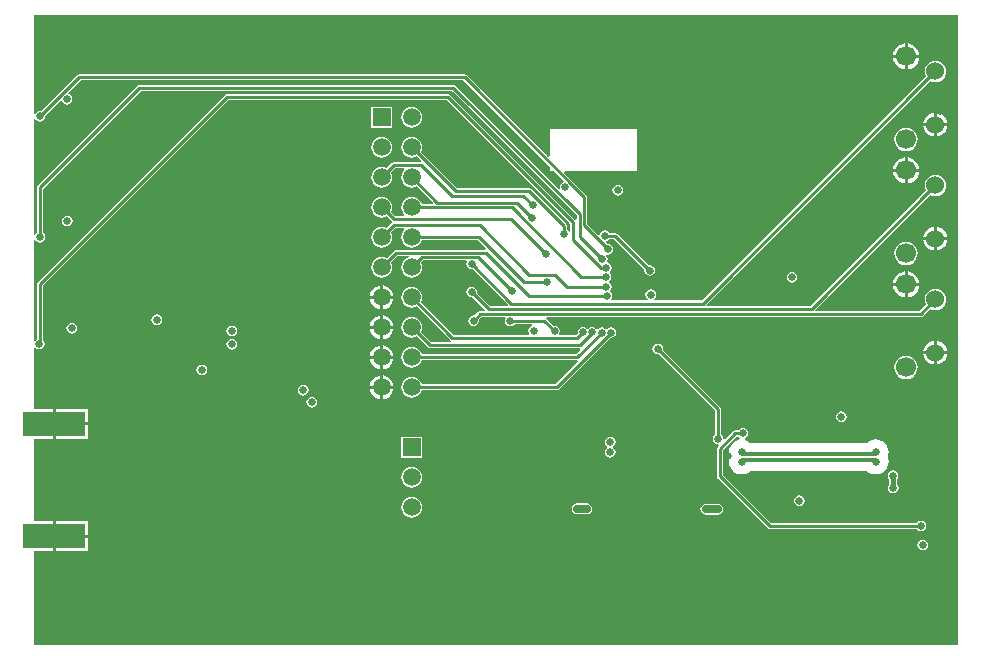
<source format=gbl>
%FSLAX25Y25*%
%MOIN*%
G70*
G01*
G75*
G04 Layer_Physical_Order=4*
G04 Layer_Color=16711680*
%ADD10C,0.01000*%
%ADD11C,0.01118*%
%ADD12C,0.01118*%
%ADD13R,0.05315X0.01575*%
%ADD14R,0.02559X0.02953*%
%ADD15R,0.20669X0.07874*%
%ADD16R,0.18701X0.02992*%
%ADD17R,0.02756X0.02756*%
%ADD18R,0.02953X0.02559*%
%ADD19R,0.03150X0.03937*%
%ADD20R,0.03543X0.04724*%
%ADD21R,0.07480X0.07480*%
%ADD22R,0.07480X0.06299*%
%ADD23R,0.06299X0.08268*%
%ADD24R,0.05906X0.03347*%
%ADD25R,0.03937X0.07087*%
%ADD26R,0.05709X0.03937*%
%ADD27R,0.02362X0.03150*%
%ADD28R,0.03543X0.09449*%
%ADD29R,0.12992X0.09449*%
%ADD30R,0.02362X0.02362*%
%ADD31R,0.02362X0.02362*%
%ADD32R,0.02362X0.02953*%
%ADD33R,0.01378X0.03347*%
%ADD34O,0.02362X0.07087*%
%ADD35O,0.05512X0.02362*%
%ADD36O,0.07087X0.02362*%
%ADD37O,0.10236X0.02362*%
%ADD38O,0.03347X0.00984*%
%ADD39R,0.06496X0.09370*%
%ADD40R,0.08189X0.08189*%
%ADD41O,0.02559X0.01181*%
%ADD42O,0.01181X0.02559*%
%ADD43R,0.10236X0.03937*%
%ADD44R,0.03937X0.10236*%
%ADD45R,0.03937X0.12992*%
%ADD46R,0.12992X0.03937*%
%ADD47O,0.02165X0.06693*%
%ADD48O,0.06693X0.02165*%
%ADD49C,0.01329*%
%ADD50C,0.02500*%
%ADD51C,0.01500*%
%ADD52C,0.01079*%
%ADD53R,0.36000X0.29000*%
%ADD54R,0.38000X0.29000*%
%ADD55R,0.05906X0.05906*%
%ADD56C,0.05906*%
%ADD57C,0.06000*%
%ADD58C,0.06693*%
%ADD59C,0.02500*%
%ADD60C,0.04000*%
%ADD61C,0.07543*%
G04:AMPARAMS|DCode=62|XSize=95.433mil|YSize=95.433mil|CornerRadius=0mil|HoleSize=0mil|Usage=FLASHONLY|Rotation=0.000|XOffset=0mil|YOffset=0mil|HoleType=Round|Shape=Relief|Width=10mil|Gap=10mil|Entries=4|*
%AMTHD62*
7,0,0,0.09543,0.07543,0.01000,45*
%
%ADD62THD62*%
G04:AMPARAMS|DCode=63|XSize=99.37mil|YSize=99.37mil|CornerRadius=0mil|HoleSize=0mil|Usage=FLASHONLY|Rotation=0.000|XOffset=0mil|YOffset=0mil|HoleType=Round|Shape=Relief|Width=10mil|Gap=10mil|Entries=4|*
%AMTHD63*
7,0,0,0.09937,0.07937,0.01000,45*
%
%ADD63THD63*%
G04:AMPARAMS|DCode=64|XSize=111.181mil|YSize=111.181mil|CornerRadius=0mil|HoleSize=0mil|Usage=FLASHONLY|Rotation=0.000|XOffset=0mil|YOffset=0mil|HoleType=Round|Shape=Relief|Width=10mil|Gap=10mil|Entries=4|*
%AMTHD64*
7,0,0,0.11118,0.09118,0.01000,45*
%
%ADD64THD64*%
%ADD65C,0.07937*%
%ADD66C,0.09118*%
%ADD67C,0.05500*%
G36*
X176000Y163540D02*
Y162000D01*
X177540D01*
X180788Y158752D01*
X180643Y158273D01*
X180517Y158248D01*
X179938Y157862D01*
X179551Y157283D01*
X179416Y156600D01*
X179465Y156354D01*
X179024Y156118D01*
X144621Y190521D01*
X144290Y190742D01*
X143900Y190820D01*
X39200D01*
X38810Y190742D01*
X38479Y190521D01*
X5279Y157321D01*
X5058Y156990D01*
X4980Y156600D01*
Y141423D01*
X4738Y141262D01*
X4479Y140873D01*
X4000Y141018D01*
Y179282D01*
X4479Y179427D01*
X4738Y179038D01*
X5317Y178651D01*
X6000Y178516D01*
X6683Y178651D01*
X7262Y179038D01*
X7649Y179617D01*
X7784Y180300D01*
X7762Y180410D01*
X12944Y185592D01*
X13423Y185447D01*
X13448Y185321D01*
X13834Y184742D01*
X14413Y184355D01*
X15096Y184220D01*
X15779Y184355D01*
X16358Y184742D01*
X16745Y185321D01*
X16880Y186004D01*
X16745Y186687D01*
X16358Y187266D01*
X15779Y187652D01*
X15653Y187677D01*
X15508Y188156D01*
X19633Y192280D01*
X147260D01*
X176000Y163540D01*
D02*
G37*
G36*
X312000Y4000D02*
X4000D01*
Y35417D01*
X10384D01*
Y40354D01*
Y45291D01*
X4000D01*
Y72819D01*
X10384D01*
Y77756D01*
Y82693D01*
X4000D01*
Y103241D01*
X4479Y103386D01*
X4644Y103138D01*
X5223Y102752D01*
X5906Y102616D01*
X6588Y102752D01*
X7167Y103138D01*
X7554Y103717D01*
X7690Y104400D01*
X7554Y105083D01*
X7167Y105662D01*
X7120Y105693D01*
Y123978D01*
X68822Y185680D01*
X141678D01*
X182780Y144578D01*
Y141902D01*
X182302Y141757D01*
X181970Y142253D01*
X181728Y142415D01*
Y143791D01*
X181651Y144182D01*
X181430Y144512D01*
X169971Y155971D01*
X169640Y156192D01*
X169250Y156270D01*
X145172D01*
X133065Y168377D01*
X133364Y169099D01*
X133483Y170000D01*
X133364Y170901D01*
X133016Y171741D01*
X132463Y172462D01*
X131741Y173016D01*
X130901Y173364D01*
X130000Y173482D01*
X129099Y173364D01*
X128259Y173016D01*
X127537Y172462D01*
X126984Y171741D01*
X126636Y170901D01*
X126517Y170000D01*
X126636Y169099D01*
X126984Y168259D01*
X127537Y167537D01*
X128259Y166984D01*
X129099Y166636D01*
X130000Y166517D01*
X130901Y166636D01*
X131623Y166935D01*
X133124Y165434D01*
X132932Y164972D01*
X123953D01*
X123563Y164895D01*
X123232Y164674D01*
X121623Y163065D01*
X120901Y163364D01*
X120000Y163482D01*
X119099Y163364D01*
X118259Y163016D01*
X117537Y162462D01*
X116984Y161741D01*
X116636Y160901D01*
X116517Y160000D01*
X116636Y159099D01*
X116984Y158259D01*
X117537Y157537D01*
X118259Y156984D01*
X119099Y156636D01*
X120000Y156518D01*
X120901Y156636D01*
X121741Y156984D01*
X122462Y157537D01*
X123016Y158259D01*
X123364Y159099D01*
X123483Y160000D01*
X123364Y160901D01*
X123065Y161623D01*
X124375Y162933D01*
X127378D01*
X127538Y162462D01*
X126984Y161741D01*
X126636Y160901D01*
X126517Y160000D01*
X126636Y159099D01*
X126984Y158259D01*
X127538Y157537D01*
X128259Y156984D01*
X129099Y156636D01*
X130000Y156518D01*
X130901Y156636D01*
X131623Y156935D01*
X137076Y151481D01*
X136885Y151020D01*
X133315D01*
X133016Y151741D01*
X132463Y152462D01*
X131741Y153016D01*
X130901Y153364D01*
X130000Y153482D01*
X129099Y153364D01*
X128259Y153016D01*
X127538Y152462D01*
X126984Y151741D01*
X126636Y150901D01*
X126517Y150000D01*
X126636Y149099D01*
X126984Y148259D01*
X127538Y147538D01*
X127378Y147067D01*
X124375D01*
X123065Y148377D01*
X123364Y149099D01*
X123483Y150000D01*
X123364Y150901D01*
X123016Y151741D01*
X122462Y152462D01*
X121741Y153016D01*
X120901Y153364D01*
X120000Y153482D01*
X119099Y153364D01*
X118259Y153016D01*
X117537Y152462D01*
X116984Y151741D01*
X116636Y150901D01*
X116517Y150000D01*
X116636Y149099D01*
X116984Y148259D01*
X117537Y147537D01*
X118259Y146984D01*
X119099Y146636D01*
X120000Y146517D01*
X120901Y146636D01*
X121623Y146935D01*
X123232Y145326D01*
X123346Y145250D01*
Y144750D01*
X123232Y144674D01*
X121623Y143065D01*
X120901Y143364D01*
X120000Y143482D01*
X119099Y143364D01*
X118259Y143016D01*
X117537Y142462D01*
X116984Y141741D01*
X116636Y140901D01*
X116517Y140000D01*
X116636Y139099D01*
X116984Y138259D01*
X117537Y137537D01*
X118259Y136984D01*
X119099Y136636D01*
X120000Y136517D01*
X120901Y136636D01*
X121741Y136984D01*
X122462Y137537D01*
X123016Y138259D01*
X123364Y139099D01*
X123483Y140000D01*
X123364Y140901D01*
X123065Y141623D01*
X124375Y142933D01*
X127378D01*
X127537Y142462D01*
X126984Y141741D01*
X126636Y140901D01*
X126517Y140000D01*
X126636Y139099D01*
X126984Y138259D01*
X127537Y137537D01*
X128259Y136984D01*
X129099Y136636D01*
X130000Y136517D01*
X130901Y136636D01*
X131741Y136984D01*
X132463Y137537D01*
X133016Y138259D01*
X133315Y138980D01*
X152078D01*
X154724Y136334D01*
X154533Y135872D01*
X124852D01*
X124462Y135794D01*
X124131Y135573D01*
X121623Y133065D01*
X120901Y133364D01*
X120000Y133483D01*
X119099Y133364D01*
X118259Y133016D01*
X117537Y132463D01*
X116984Y131741D01*
X116636Y130901D01*
X116517Y130000D01*
X116636Y129099D01*
X116984Y128259D01*
X117537Y127538D01*
X118259Y126984D01*
X119099Y126636D01*
X120000Y126517D01*
X120901Y126636D01*
X121741Y126984D01*
X122462Y127538D01*
X123016Y128259D01*
X123364Y129099D01*
X123483Y130000D01*
X123364Y130901D01*
X123065Y131623D01*
X125275Y133833D01*
X128949D01*
X129047Y133342D01*
X128259Y133016D01*
X127538Y132463D01*
X126984Y131741D01*
X126636Y130901D01*
X126517Y130000D01*
X126636Y129099D01*
X126984Y128259D01*
X127538Y127538D01*
X128259Y126984D01*
X129099Y126636D01*
X130000Y126517D01*
X130901Y126636D01*
X131741Y126984D01*
X132463Y127538D01*
X133016Y128259D01*
X133364Y129099D01*
X133483Y130000D01*
X133364Y130901D01*
X133065Y131623D01*
X133775Y132333D01*
X148189D01*
X148425Y131892D01*
X148354Y131785D01*
X148218Y131102D01*
X148354Y130420D01*
X148741Y129841D01*
X149320Y129454D01*
X150002Y129318D01*
X150288Y129375D01*
X162181Y117482D01*
X161990Y117020D01*
X156029D01*
X151681Y121368D01*
X151738Y121653D01*
X151602Y122336D01*
X151215Y122915D01*
X150636Y123302D01*
X149953Y123438D01*
X149271Y123302D01*
X148692Y122915D01*
X148305Y122336D01*
X148169Y121653D01*
X148305Y120971D01*
X148692Y120392D01*
X149271Y120005D01*
X149953Y119869D01*
X150239Y119926D01*
X154334Y115831D01*
X154142Y115370D01*
X152750D01*
X152360Y115292D01*
X152029Y115071D01*
X150890Y113932D01*
X150605Y113989D01*
X149922Y113853D01*
X149343Y113466D01*
X148956Y112888D01*
X148820Y112205D01*
X148956Y111522D01*
X149343Y110943D01*
X149922Y110556D01*
X150605Y110421D01*
X151287Y110556D01*
X151866Y110943D01*
X152253Y111522D01*
X152389Y112205D01*
X152332Y112490D01*
X153172Y113330D01*
X161087D01*
X161323Y112890D01*
X161251Y112783D01*
X161116Y112100D01*
X161251Y111417D01*
X161638Y110838D01*
X162217Y110451D01*
X162900Y110316D01*
X163583Y110451D01*
X164162Y110838D01*
X164323Y111080D01*
X170041D01*
X170090Y110583D01*
X169917Y110548D01*
X169338Y110162D01*
X168951Y109583D01*
X168816Y108900D01*
X168951Y108217D01*
X169156Y107911D01*
X168921Y107470D01*
X143972D01*
X133065Y118377D01*
X133364Y119099D01*
X133483Y120000D01*
X133364Y120901D01*
X133016Y121741D01*
X132463Y122462D01*
X131741Y123016D01*
X130901Y123364D01*
X130000Y123483D01*
X129099Y123364D01*
X128259Y123016D01*
X127538Y122462D01*
X126984Y121741D01*
X126636Y120901D01*
X126517Y120000D01*
X126636Y119099D01*
X126984Y118259D01*
X127538Y117537D01*
X128259Y116984D01*
X129099Y116636D01*
X130000Y116517D01*
X130901Y116636D01*
X131623Y116935D01*
X142829Y105729D01*
X143160Y105508D01*
X143063Y105020D01*
X136422D01*
X133065Y108377D01*
X133364Y109099D01*
X133483Y110000D01*
X133364Y110901D01*
X133016Y111741D01*
X132463Y112462D01*
X131741Y113016D01*
X130901Y113364D01*
X130000Y113482D01*
X129099Y113364D01*
X128259Y113016D01*
X127537Y112462D01*
X126984Y111741D01*
X126636Y110901D01*
X126517Y110000D01*
X126636Y109099D01*
X126984Y108259D01*
X127537Y107537D01*
X128259Y106984D01*
X129099Y106636D01*
X130000Y106517D01*
X130901Y106636D01*
X131623Y106935D01*
X135279Y103279D01*
X135610Y103058D01*
X136000Y102980D01*
X185982D01*
X186091Y102433D01*
X184678Y101020D01*
X133315D01*
X133016Y101741D01*
X132463Y102462D01*
X131741Y103016D01*
X130901Y103364D01*
X130000Y103482D01*
X129099Y103364D01*
X128259Y103016D01*
X127538Y102462D01*
X126984Y101741D01*
X126636Y100901D01*
X126517Y100000D01*
X126636Y99099D01*
X126984Y98259D01*
X127538Y97537D01*
X128259Y96984D01*
X129099Y96636D01*
X130000Y96517D01*
X130901Y96636D01*
X131741Y96984D01*
X132463Y97537D01*
X133016Y98259D01*
X133315Y98980D01*
X185100D01*
X185155Y98991D01*
X185390Y98550D01*
X177860Y91020D01*
X133315D01*
X133016Y91741D01*
X132463Y92462D01*
X131741Y93016D01*
X130901Y93364D01*
X130000Y93483D01*
X129099Y93364D01*
X128259Y93016D01*
X127538Y92462D01*
X126984Y91741D01*
X126636Y90901D01*
X126517Y90000D01*
X126636Y89099D01*
X126984Y88259D01*
X127538Y87537D01*
X128259Y86984D01*
X129099Y86636D01*
X130000Y86518D01*
X130901Y86636D01*
X131741Y86984D01*
X132463Y87537D01*
X133016Y88259D01*
X133315Y88980D01*
X178282D01*
X178672Y89058D01*
X179003Y89279D01*
X196228Y106504D01*
X196457Y106459D01*
X197140Y106595D01*
X197718Y106982D01*
X198105Y107561D01*
X198241Y108243D01*
X198105Y108926D01*
X197718Y109505D01*
X197140Y109892D01*
X196457Y110028D01*
X195774Y109892D01*
X195195Y109505D01*
X195114Y109384D01*
X194614D01*
X194562Y109462D01*
X193983Y109848D01*
X193300Y109984D01*
X192617Y109848D01*
X192038Y109462D01*
X191983Y109379D01*
X191483D01*
X191362Y109562D01*
X190783Y109949D01*
X190100Y110084D01*
X189417Y109949D01*
X188838Y109562D01*
X188362D01*
X187783Y109949D01*
X187100Y110084D01*
X186417Y109949D01*
X185838Y109562D01*
X185451Y108983D01*
X185316Y108300D01*
X185372Y108014D01*
X184828Y107470D01*
X179413D01*
X179177Y107911D01*
X179248Y108017D01*
X179384Y108700D01*
X179248Y109383D01*
X178862Y109962D01*
X178283Y110348D01*
X177600Y110484D01*
X177314Y110427D01*
X174921Y112821D01*
X174875Y112852D01*
X175020Y113330D01*
X299666D01*
X300056Y113408D01*
X300387Y113629D01*
X302908Y116151D01*
X303654Y115842D01*
X304567Y115721D01*
X305481Y115842D01*
X306332Y116194D01*
X307064Y116755D01*
X307625Y117487D01*
X307977Y118338D01*
X308098Y119252D01*
X307977Y120165D01*
X307625Y121017D01*
X307064Y121748D01*
X306332Y122309D01*
X305481Y122662D01*
X304567Y122782D01*
X303654Y122662D01*
X302802Y122309D01*
X302071Y121748D01*
X301510Y121017D01*
X301157Y120165D01*
X301037Y119252D01*
X301157Y118338D01*
X301466Y117593D01*
X299243Y115370D01*
X264780D01*
X264589Y115831D01*
X302908Y154151D01*
X303654Y153842D01*
X304567Y153721D01*
X305481Y153842D01*
X306332Y154194D01*
X307064Y154755D01*
X307625Y155487D01*
X307977Y156338D01*
X308098Y157252D01*
X307977Y158165D01*
X307625Y159017D01*
X307064Y159748D01*
X306332Y160309D01*
X305481Y160662D01*
X304567Y160782D01*
X303654Y160662D01*
X302802Y160309D01*
X302071Y159748D01*
X301510Y159017D01*
X301157Y158165D01*
X301037Y157252D01*
X301157Y156338D01*
X301466Y155593D01*
X262893Y117020D01*
X228430D01*
X228239Y117482D01*
X302908Y192151D01*
X303654Y191842D01*
X304567Y191721D01*
X305481Y191842D01*
X306332Y192194D01*
X307064Y192755D01*
X307625Y193487D01*
X307977Y194338D01*
X308098Y195252D01*
X307977Y196165D01*
X307625Y197017D01*
X307064Y197748D01*
X306332Y198309D01*
X305481Y198662D01*
X304567Y198782D01*
X303654Y198662D01*
X302802Y198309D01*
X302071Y197748D01*
X301510Y197017D01*
X301157Y196165D01*
X301037Y195252D01*
X301157Y194338D01*
X301466Y193593D01*
X226793Y118920D01*
X210747D01*
X210602Y119398D01*
X210962Y119638D01*
X211349Y120217D01*
X211484Y120900D01*
X211349Y121583D01*
X210962Y122162D01*
X210383Y122548D01*
X209700Y122684D01*
X209017Y122548D01*
X208438Y122162D01*
X208051Y121583D01*
X207916Y120900D01*
X208051Y120217D01*
X208438Y119638D01*
X208798Y119398D01*
X208653Y118920D01*
X196646D01*
X196410Y119360D01*
X196649Y119717D01*
X196784Y120400D01*
X196649Y121083D01*
X196262Y121662D01*
X196162Y121729D01*
Y122138D01*
X196548Y122717D01*
X196684Y123400D01*
X196548Y124083D01*
X196162Y124662D01*
X195830Y124883D01*
Y125383D01*
X196062Y125538D01*
X196449Y126117D01*
X196584Y126800D01*
X196449Y127483D01*
X196062Y128062D01*
D01*
X196162Y128538D01*
D01*
X196548Y129117D01*
X196684Y129800D01*
X196548Y130483D01*
X196162Y131062D01*
X195583Y131448D01*
X195305Y131504D01*
X195114Y131966D01*
X195149Y132017D01*
X195284Y132700D01*
X195149Y133383D01*
X194846Y133835D01*
X195124Y134251D01*
X195300Y134216D01*
X195983Y134352D01*
X196562Y134738D01*
X196949Y135317D01*
X197084Y136000D01*
X196949Y136683D01*
X196562Y137262D01*
X195983Y137648D01*
X195300Y137784D01*
X195181Y137761D01*
X194630Y138312D01*
X194775Y138790D01*
X195083Y138851D01*
X195662Y139238D01*
X195757Y139380D01*
X197378D01*
X207573Y129186D01*
X207516Y128900D01*
X207651Y128217D01*
X208038Y127638D01*
X208617Y127252D01*
X209300Y127116D01*
X209983Y127252D01*
X210562Y127638D01*
X210948Y128217D01*
X211084Y128900D01*
X210948Y129583D01*
X210562Y130162D01*
X209983Y130549D01*
X209300Y130684D01*
X209014Y130628D01*
X198521Y141121D01*
X198190Y141342D01*
X197800Y141420D01*
X195890D01*
X195662Y141762D01*
X195083Y142148D01*
X194400Y142284D01*
X193717Y142148D01*
X193138Y141762D01*
X192752Y141183D01*
X192690Y140875D01*
X192212Y140730D01*
X188520Y144422D01*
Y153482D01*
X188442Y153872D01*
X188221Y154203D01*
X180886Y161538D01*
X181077Y162000D01*
X205000D01*
Y176000D01*
X176000D01*
Y167077D01*
X175538Y166886D01*
X148403Y194021D01*
X148072Y194242D01*
X147682Y194320D01*
X19210D01*
X18820Y194242D01*
X18489Y194021D01*
X6461Y181993D01*
X6000Y182084D01*
X5317Y181948D01*
X4738Y181562D01*
X4479Y181173D01*
X4000Y181318D01*
Y214000D01*
X312000D01*
Y4000D01*
D02*
G37*
G36*
X184980Y147278D02*
Y146028D01*
X184535Y145730D01*
X184519Y145723D01*
X142821Y187421D01*
X142490Y187642D01*
X142100Y187720D01*
X68400D01*
X68010Y187642D01*
X67679Y187421D01*
X5379Y125121D01*
X5158Y124790D01*
X5080Y124400D01*
Y105953D01*
X4644Y105662D01*
X4479Y105414D01*
X4000Y105559D01*
Y138982D01*
X4479Y139127D01*
X4738Y138738D01*
X5317Y138352D01*
X6000Y138216D01*
X6683Y138352D01*
X7262Y138738D01*
X7649Y139317D01*
X7784Y140000D01*
X7649Y140683D01*
X7262Y141262D01*
X7020Y141423D01*
Y156178D01*
X39622Y188780D01*
X143478D01*
X184980Y147278D01*
D02*
G37*
%LPC*%
G36*
X60000Y97484D02*
X59317Y97348D01*
X58738Y96962D01*
X58351Y96383D01*
X58216Y95700D01*
X58351Y95017D01*
X58738Y94438D01*
X59317Y94051D01*
X60000Y93916D01*
X60683Y94051D01*
X61262Y94438D01*
X61648Y95017D01*
X61784Y95700D01*
X61648Y96383D01*
X61262Y96962D01*
X60683Y97348D01*
X60000Y97484D01*
D02*
G37*
G36*
X123921Y99500D02*
X120500D01*
Y96079D01*
X121032Y96149D01*
X121993Y96547D01*
X122819Y97181D01*
X123453Y98007D01*
X123851Y98968D01*
X123921Y99500D01*
D02*
G37*
G36*
X119500D02*
X116079D01*
X116149Y98968D01*
X116547Y98007D01*
X117181Y97181D01*
X118007Y96547D01*
X118968Y96149D01*
X119500Y96079D01*
Y99500D01*
D02*
G37*
G36*
X294742Y100484D02*
X293738Y100352D01*
X292802Y99964D01*
X291999Y99348D01*
X291382Y98544D01*
X290994Y97608D01*
X290862Y96604D01*
X290994Y95600D01*
X291382Y94665D01*
X291999Y93861D01*
X292802Y93244D01*
X293738Y92857D01*
X294742Y92725D01*
X295746Y92857D01*
X296682Y93244D01*
X297485Y93861D01*
X298102Y94665D01*
X298489Y95600D01*
X298621Y96604D01*
X298489Y97608D01*
X298102Y98544D01*
X297485Y99348D01*
X296682Y99964D01*
X295746Y100352D01*
X294742Y100484D01*
D02*
G37*
G36*
X93900Y90784D02*
X93217Y90649D01*
X92638Y90262D01*
X92251Y89683D01*
X92116Y89000D01*
X92251Y88317D01*
X92638Y87738D01*
X93217Y87352D01*
X93900Y87216D01*
X94583Y87352D01*
X95162Y87738D01*
X95548Y88317D01*
X95684Y89000D01*
X95548Y89683D01*
X95162Y90262D01*
X94583Y90649D01*
X93900Y90784D01*
D02*
G37*
G36*
X119500Y93921D02*
X118968Y93851D01*
X118007Y93453D01*
X117181Y92819D01*
X116547Y91993D01*
X116149Y91032D01*
X116079Y90500D01*
X119500D01*
Y93921D01*
D02*
G37*
G36*
X120500D02*
Y90500D01*
X123921D01*
X123851Y91032D01*
X123453Y91993D01*
X122819Y92819D01*
X121993Y93453D01*
X121032Y93851D01*
X120500Y93921D01*
D02*
G37*
G36*
X303998Y101052D02*
X300529D01*
X300601Y100508D01*
X301004Y99535D01*
X301645Y98699D01*
X302480Y98058D01*
X303453Y97655D01*
X303998Y97583D01*
Y101052D01*
D02*
G37*
G36*
X119500Y109500D02*
X116079D01*
X116149Y108968D01*
X116547Y108007D01*
X117181Y107181D01*
X118007Y106547D01*
X118968Y106149D01*
X119500Y106079D01*
Y109500D01*
D02*
G37*
G36*
X70006Y106078D02*
X69323Y105942D01*
X68745Y105555D01*
X68358Y104976D01*
X68222Y104294D01*
X68358Y103611D01*
X68745Y103032D01*
X69323Y102645D01*
X70006Y102509D01*
X70689Y102645D01*
X71268Y103032D01*
X71655Y103611D01*
X71791Y104294D01*
X71655Y104976D01*
X71268Y105555D01*
X70689Y105942D01*
X70006Y106078D01*
D02*
G37*
G36*
X70000Y110484D02*
X69317Y110348D01*
X68738Y109962D01*
X68352Y109383D01*
X68216Y108700D01*
X68352Y108017D01*
X68738Y107438D01*
X69317Y107052D01*
X70000Y106916D01*
X70683Y107052D01*
X71262Y107438D01*
X71649Y108017D01*
X71784Y108700D01*
X71649Y109383D01*
X71262Y109962D01*
X70683Y110348D01*
X70000Y110484D01*
D02*
G37*
G36*
X123921Y109500D02*
X120500D01*
Y106079D01*
X121032Y106149D01*
X121993Y106547D01*
X122819Y107181D01*
X123453Y108007D01*
X123851Y108968D01*
X123921Y109500D01*
D02*
G37*
G36*
X304998Y105521D02*
Y102052D01*
X308466D01*
X308395Y102596D01*
X307992Y103569D01*
X307350Y104405D01*
X306515Y105046D01*
X305542Y105449D01*
X304998Y105521D01*
D02*
G37*
G36*
X119500Y103921D02*
X118968Y103851D01*
X118007Y103453D01*
X117181Y102819D01*
X116547Y101993D01*
X116149Y101032D01*
X116079Y100500D01*
X119500D01*
Y103921D01*
D02*
G37*
G36*
X308466Y101052D02*
X304998D01*
Y97583D01*
X305542Y97655D01*
X306515Y98058D01*
X307350Y98699D01*
X307992Y99535D01*
X308395Y100508D01*
X308466Y101052D01*
D02*
G37*
G36*
X303998Y105521D02*
X303453Y105449D01*
X302480Y105046D01*
X301645Y104405D01*
X301004Y103569D01*
X300601Y102596D01*
X300529Y102052D01*
X303998D01*
Y105521D01*
D02*
G37*
G36*
X120500Y103921D02*
Y100500D01*
X123921D01*
X123851Y101032D01*
X123453Y101993D01*
X122819Y102819D01*
X121993Y103453D01*
X121032Y103851D01*
X120500Y103921D01*
D02*
G37*
G36*
X123921Y89500D02*
X120500D01*
Y86079D01*
X121032Y86149D01*
X121993Y86547D01*
X122819Y87181D01*
X123453Y88007D01*
X123851Y88968D01*
X123921Y89500D01*
D02*
G37*
G36*
X188292Y51292D02*
X185108D01*
X184425Y51156D01*
X183846Y50770D01*
X183459Y50191D01*
X183324Y49508D01*
X183459Y48825D01*
X183846Y48246D01*
X184425Y47859D01*
X185108Y47724D01*
X188292D01*
X188975Y47859D01*
X189554Y48246D01*
X189941Y48825D01*
X190076Y49508D01*
X189941Y50191D01*
X189554Y50770D01*
X188975Y51156D01*
X188292Y51292D01*
D02*
G37*
G36*
X232000Y51084D02*
X228000D01*
X227317Y50949D01*
X226738Y50562D01*
X226351Y49983D01*
X226216Y49300D01*
X226351Y48617D01*
X226738Y48038D01*
X227317Y47651D01*
X228000Y47516D01*
X232000D01*
X232683Y47651D01*
X233262Y48038D01*
X233648Y48617D01*
X233784Y49300D01*
X233648Y49983D01*
X233262Y50562D01*
X232683Y50949D01*
X232000Y51084D01*
D02*
G37*
G36*
X290400Y62284D02*
X289717Y62148D01*
X289138Y61762D01*
X288752Y61183D01*
X288616Y60500D01*
X288752Y59817D01*
X289125Y59258D01*
Y57493D01*
X288851Y57083D01*
X288716Y56400D01*
X288851Y55717D01*
X289238Y55138D01*
X289817Y54751D01*
X290500Y54616D01*
X291183Y54751D01*
X291762Y55138D01*
X292148Y55717D01*
X292284Y56400D01*
X292148Y57083D01*
X291762Y57662D01*
X291674Y57720D01*
Y59258D01*
X292049Y59817D01*
X292184Y60500D01*
X292049Y61183D01*
X291662Y61762D01*
X291083Y62148D01*
X290400Y62284D01*
D02*
G37*
G36*
X259200Y53984D02*
X258517Y53848D01*
X257938Y53462D01*
X257552Y52883D01*
X257416Y52200D01*
X257552Y51517D01*
X257938Y50938D01*
X258517Y50551D01*
X259200Y50416D01*
X259883Y50551D01*
X260462Y50938D01*
X260848Y51517D01*
X260984Y52200D01*
X260848Y52883D01*
X260462Y53462D01*
X259883Y53848D01*
X259200Y53984D01*
D02*
G37*
G36*
X300300Y39184D02*
X299617Y39048D01*
X299038Y38662D01*
X298652Y38083D01*
X298516Y37400D01*
X298652Y36717D01*
X299038Y36138D01*
X299617Y35752D01*
X300300Y35616D01*
X300983Y35752D01*
X301562Y36138D01*
X301948Y36717D01*
X302084Y37400D01*
X301948Y38083D01*
X301562Y38662D01*
X300983Y39048D01*
X300300Y39184D01*
D02*
G37*
G36*
X22219Y39854D02*
X11384D01*
Y35417D01*
X22219D01*
Y39854D01*
D02*
G37*
G36*
X130000Y53483D02*
X129099Y53364D01*
X128259Y53016D01*
X127538Y52463D01*
X126984Y51741D01*
X126636Y50901D01*
X126517Y50000D01*
X126636Y49099D01*
X126984Y48259D01*
X127538Y47537D01*
X128259Y46984D01*
X129099Y46636D01*
X130000Y46518D01*
X130901Y46636D01*
X131741Y46984D01*
X132463Y47537D01*
X133016Y48259D01*
X133364Y49099D01*
X133483Y50000D01*
X133364Y50901D01*
X133016Y51741D01*
X132463Y52463D01*
X131741Y53016D01*
X130901Y53364D01*
X130000Y53483D01*
D02*
G37*
G36*
X22219Y45291D02*
X11384D01*
Y40854D01*
X22219D01*
Y45291D01*
D02*
G37*
G36*
X130000Y63482D02*
X129099Y63364D01*
X128259Y63016D01*
X127537Y62462D01*
X126984Y61741D01*
X126636Y60901D01*
X126517Y60000D01*
X126636Y59099D01*
X126984Y58259D01*
X127537Y57537D01*
X128259Y56984D01*
X129099Y56636D01*
X130000Y56517D01*
X130901Y56636D01*
X131741Y56984D01*
X132463Y57537D01*
X133016Y58259D01*
X133364Y59099D01*
X133483Y60000D01*
X133364Y60901D01*
X133016Y61741D01*
X132463Y62462D01*
X131741Y63016D01*
X130901Y63364D01*
X130000Y63482D01*
D02*
G37*
G36*
X273200Y81984D02*
X272517Y81849D01*
X271938Y81462D01*
X271551Y80883D01*
X271416Y80200D01*
X271551Y79517D01*
X271938Y78938D01*
X272517Y78552D01*
X273200Y78416D01*
X273883Y78552D01*
X274462Y78938D01*
X274849Y79517D01*
X274984Y80200D01*
X274849Y80883D01*
X274462Y81462D01*
X273883Y81849D01*
X273200Y81984D01*
D02*
G37*
G36*
X22219Y82693D02*
X11384D01*
Y78256D01*
X22219D01*
Y82693D01*
D02*
G37*
G36*
X119500Y89500D02*
X116079D01*
X116149Y88968D01*
X116547Y88007D01*
X117181Y87181D01*
X118007Y86547D01*
X118968Y86149D01*
X119500Y86079D01*
Y89500D01*
D02*
G37*
G36*
X96657Y86728D02*
X95974Y86592D01*
X95395Y86205D01*
X95008Y85626D01*
X94872Y84943D01*
X95008Y84260D01*
X95395Y83682D01*
X95974Y83295D01*
X96657Y83159D01*
X97339Y83295D01*
X97918Y83682D01*
X98305Y84260D01*
X98441Y84943D01*
X98305Y85626D01*
X97918Y86205D01*
X97339Y86592D01*
X96657Y86728D01*
D02*
G37*
G36*
X196200Y73484D02*
X195517Y73348D01*
X194938Y72962D01*
X194552Y72383D01*
X194416Y71700D01*
X194552Y71017D01*
X194938Y70438D01*
X195220Y70250D01*
Y69750D01*
X194938Y69562D01*
X194552Y68983D01*
X194416Y68300D01*
X194552Y67617D01*
X194938Y67038D01*
X195517Y66651D01*
X196200Y66516D01*
X196883Y66651D01*
X197462Y67038D01*
X197848Y67617D01*
X197984Y68300D01*
X197848Y68983D01*
X197462Y69562D01*
X197180Y69750D01*
Y70250D01*
X197462Y70438D01*
X197848Y71017D01*
X197984Y71700D01*
X197848Y72383D01*
X197462Y72962D01*
X196883Y73348D01*
X196200Y73484D01*
D02*
G37*
G36*
X212000Y104484D02*
X211317Y104349D01*
X210738Y103962D01*
X210351Y103383D01*
X210216Y102700D01*
X210351Y102017D01*
X210738Y101438D01*
X211317Y101051D01*
X212000Y100916D01*
X212286Y100972D01*
X231080Y82178D01*
Y74223D01*
X230838Y74062D01*
X230451Y73483D01*
X230316Y72800D01*
X230451Y72117D01*
X230838Y71538D01*
X231417Y71152D01*
X232100Y71016D01*
X232221Y71040D01*
X232457Y70599D01*
X232079Y70221D01*
X231858Y69890D01*
X231780Y69500D01*
Y60300D01*
X231858Y59910D01*
X232079Y59579D01*
X248679Y42979D01*
X249010Y42758D01*
X249400Y42680D01*
X298377D01*
X298538Y42438D01*
X299117Y42052D01*
X299800Y41916D01*
X300483Y42052D01*
X301062Y42438D01*
X301448Y43017D01*
X301584Y43700D01*
X301448Y44383D01*
X301062Y44962D01*
X300483Y45349D01*
X299800Y45484D01*
X299117Y45349D01*
X298538Y44962D01*
X298377Y44720D01*
X249822D01*
X233820Y60722D01*
Y69078D01*
X238322Y73580D01*
X238877D01*
X239038Y73338D01*
X239383Y73108D01*
X239269Y72621D01*
X238891Y72571D01*
X237857Y72143D01*
X236969Y71462D01*
X236288Y70574D01*
X235859Y69540D01*
X235713Y68431D01*
X235859Y67321D01*
X236063Y66831D01*
X235859Y66340D01*
X235713Y65231D01*
X235859Y64121D01*
X236288Y63087D01*
X236969Y62200D01*
X237857Y61518D01*
X238891Y61090D01*
X240000Y60944D01*
X241109Y61090D01*
X242143Y61518D01*
X242927Y62120D01*
X281773D01*
X282557Y61518D01*
X283591Y61090D01*
X284700Y60944D01*
X285809Y61090D01*
X286843Y61518D01*
X287731Y62200D01*
X288412Y63087D01*
X288841Y64121D01*
X288987Y65231D01*
X288841Y66340D01*
X288637Y66831D01*
X288841Y67321D01*
X288987Y68431D01*
X288841Y69540D01*
X288412Y70574D01*
X287731Y71462D01*
X286843Y72143D01*
X285809Y72571D01*
X284700Y72717D01*
X283591Y72571D01*
X282557Y72143D01*
X281773Y71542D01*
X242927D01*
X242143Y72143D01*
X241170Y72546D01*
X241143Y72823D01*
X241177Y73081D01*
X241562Y73338D01*
X241949Y73917D01*
X242084Y74600D01*
X241949Y75283D01*
X241562Y75862D01*
X240983Y76249D01*
X240300Y76384D01*
X239617Y76249D01*
X239038Y75862D01*
X238877Y75620D01*
X237900D01*
X237510Y75542D01*
X237179Y75321D01*
X234301Y72443D01*
X233860Y72679D01*
X233884Y72800D01*
X233749Y73483D01*
X233362Y74062D01*
X233120Y74223D01*
Y82600D01*
X233042Y82990D01*
X232821Y83321D01*
X213727Y102414D01*
X213784Y102700D01*
X213649Y103383D01*
X213262Y103962D01*
X212683Y104349D01*
X212000Y104484D01*
D02*
G37*
G36*
X22219Y77256D02*
X11384D01*
Y72819D01*
X22219D01*
Y77256D01*
D02*
G37*
G36*
X133453Y73453D02*
X126547D01*
Y66547D01*
X133453D01*
Y73453D01*
D02*
G37*
G36*
X16700Y111384D02*
X16017Y111249D01*
X15438Y110862D01*
X15052Y110283D01*
X14916Y109600D01*
X15052Y108917D01*
X15438Y108338D01*
X16017Y107951D01*
X16700Y107816D01*
X17383Y107951D01*
X17962Y108338D01*
X18349Y108917D01*
X18484Y109600D01*
X18349Y110283D01*
X17962Y110862D01*
X17383Y111249D01*
X16700Y111384D01*
D02*
G37*
G36*
X120000Y173482D02*
X119099Y173364D01*
X118259Y173016D01*
X117537Y172462D01*
X116984Y171741D01*
X116636Y170901D01*
X116517Y170000D01*
X116636Y169099D01*
X116984Y168259D01*
X117537Y167537D01*
X118259Y166984D01*
X119099Y166636D01*
X120000Y166517D01*
X120901Y166636D01*
X121741Y166984D01*
X122462Y167537D01*
X123016Y168259D01*
X123364Y169099D01*
X123483Y170000D01*
X123364Y170901D01*
X123016Y171741D01*
X122462Y172462D01*
X121741Y173016D01*
X120901Y173364D01*
X120000Y173482D01*
D02*
G37*
G36*
X295311Y166587D02*
Y162769D01*
X299130D01*
X299046Y163404D01*
X298608Y164461D01*
X297911Y165369D01*
X297004Y166066D01*
X295946Y166504D01*
X295311Y166587D01*
D02*
G37*
G36*
X303998Y177052D02*
X300529D01*
X300601Y176508D01*
X301004Y175535D01*
X301645Y174699D01*
X302480Y174058D01*
X303453Y173655D01*
X303998Y173583D01*
Y177052D01*
D02*
G37*
G36*
X294742Y176484D02*
X293738Y176352D01*
X292802Y175964D01*
X291999Y175348D01*
X291382Y174544D01*
X290994Y173608D01*
X290862Y172604D01*
X290994Y171600D01*
X291382Y170665D01*
X291999Y169861D01*
X292802Y169244D01*
X293738Y168857D01*
X294742Y168725D01*
X295746Y168857D01*
X296682Y169244D01*
X297485Y169861D01*
X298102Y170665D01*
X298489Y171600D01*
X298621Y172604D01*
X298489Y173608D01*
X298102Y174544D01*
X297485Y175348D01*
X296682Y175964D01*
X295746Y176352D01*
X294742Y176484D01*
D02*
G37*
G36*
X294311Y161769D02*
X290493D01*
X290577Y161134D01*
X291015Y160077D01*
X291711Y159169D01*
X292619Y158472D01*
X293677Y158034D01*
X294311Y157951D01*
Y161769D01*
D02*
G37*
G36*
X198700Y157384D02*
X198017Y157248D01*
X197438Y156862D01*
X197052Y156283D01*
X196916Y155600D01*
X197052Y154917D01*
X197438Y154338D01*
X198017Y153952D01*
X198700Y153816D01*
X199383Y153952D01*
X199962Y154338D01*
X200348Y154917D01*
X200484Y155600D01*
X200348Y156283D01*
X199962Y156862D01*
X199383Y157248D01*
X198700Y157384D01*
D02*
G37*
G36*
X294311Y166587D02*
X293677Y166504D01*
X292619Y166066D01*
X291711Y165369D01*
X291015Y164461D01*
X290577Y163404D01*
X290493Y162769D01*
X294311D01*
Y166587D01*
D02*
G37*
G36*
X299130Y161769D02*
X295311D01*
Y157951D01*
X295946Y158034D01*
X297004Y158472D01*
X297911Y159169D01*
X298608Y160077D01*
X299046Y161134D01*
X299130Y161769D01*
D02*
G37*
G36*
X308466Y177052D02*
X304998D01*
Y173583D01*
X305542Y173655D01*
X306515Y174058D01*
X307350Y174699D01*
X307992Y175535D01*
X308395Y176508D01*
X308466Y177052D01*
D02*
G37*
G36*
X299130Y199769D02*
X295311D01*
Y195951D01*
X295946Y196034D01*
X297004Y196472D01*
X297911Y197169D01*
X298608Y198077D01*
X299046Y199134D01*
X299130Y199769D01*
D02*
G37*
G36*
X294311D02*
X290493D01*
X290577Y199134D01*
X291015Y198077D01*
X291711Y197169D01*
X292619Y196472D01*
X293677Y196034D01*
X294311Y195951D01*
Y199769D01*
D02*
G37*
G36*
X295311Y204587D02*
Y200769D01*
X299130D01*
X299046Y201404D01*
X298608Y202461D01*
X297911Y203369D01*
X297004Y204066D01*
X295946Y204503D01*
X295311Y204587D01*
D02*
G37*
G36*
X294311D02*
X293677Y204503D01*
X292619Y204066D01*
X291711Y203369D01*
X291015Y202461D01*
X290577Y201404D01*
X290493Y200769D01*
X294311D01*
Y204587D01*
D02*
G37*
G36*
X123453Y183453D02*
X116547D01*
Y176547D01*
X123453D01*
Y183453D01*
D02*
G37*
G36*
X130000Y183483D02*
X129099Y183364D01*
X128259Y183016D01*
X127538Y182463D01*
X126984Y181741D01*
X126636Y180901D01*
X126517Y180000D01*
X126636Y179099D01*
X126984Y178259D01*
X127538Y177538D01*
X128259Y176984D01*
X129099Y176636D01*
X130000Y176517D01*
X130901Y176636D01*
X131741Y176984D01*
X132463Y177538D01*
X133016Y178259D01*
X133364Y179099D01*
X133483Y180000D01*
X133364Y180901D01*
X133016Y181741D01*
X132463Y182463D01*
X131741Y183016D01*
X130901Y183364D01*
X130000Y183483D01*
D02*
G37*
G36*
X304998Y181521D02*
Y178052D01*
X308466D01*
X308395Y178596D01*
X307992Y179569D01*
X307350Y180405D01*
X306515Y181046D01*
X305542Y181449D01*
X304998Y181521D01*
D02*
G37*
G36*
X303998D02*
X303453Y181449D01*
X302480Y181046D01*
X301645Y180405D01*
X301004Y179569D01*
X300601Y178596D01*
X300529Y178052D01*
X303998D01*
Y181521D01*
D02*
G37*
G36*
X15226Y147158D02*
X14543Y147022D01*
X13964Y146636D01*
X13577Y146057D01*
X13442Y145374D01*
X13577Y144691D01*
X13964Y144112D01*
X14543Y143726D01*
X15226Y143590D01*
X15909Y143726D01*
X16488Y144112D01*
X16874Y144691D01*
X17010Y145374D01*
X16874Y146057D01*
X16488Y146636D01*
X15909Y147022D01*
X15226Y147158D01*
D02*
G37*
G36*
X294311Y123769D02*
X290493D01*
X290577Y123134D01*
X291015Y122077D01*
X291711Y121169D01*
X292619Y120472D01*
X293677Y120034D01*
X294311Y119951D01*
Y123769D01*
D02*
G37*
G36*
X123921Y119500D02*
X120500D01*
Y116079D01*
X121032Y116149D01*
X121993Y116547D01*
X122819Y117181D01*
X123453Y118007D01*
X123851Y118968D01*
X123921Y119500D01*
D02*
G37*
G36*
X119500Y123921D02*
X118968Y123851D01*
X118007Y123453D01*
X117181Y122819D01*
X116547Y121993D01*
X116149Y121032D01*
X116079Y120500D01*
X119500D01*
Y123921D01*
D02*
G37*
G36*
X299130Y123769D02*
X295311D01*
Y119951D01*
X295946Y120034D01*
X297004Y120472D01*
X297911Y121169D01*
X298608Y122077D01*
X299046Y123134D01*
X299130Y123769D01*
D02*
G37*
G36*
X120500Y113921D02*
Y110500D01*
X123921D01*
X123851Y111032D01*
X123453Y111993D01*
X122819Y112819D01*
X121993Y113453D01*
X121032Y113851D01*
X120500Y113921D01*
D02*
G37*
G36*
X119500D02*
X118968Y113851D01*
X118007Y113453D01*
X117181Y112819D01*
X116547Y111993D01*
X116149Y111032D01*
X116079Y110500D01*
X119500D01*
Y113921D01*
D02*
G37*
G36*
Y119500D02*
X116079D01*
X116149Y118968D01*
X116547Y118007D01*
X117181Y117181D01*
X118007Y116547D01*
X118968Y116149D01*
X119500Y116079D01*
Y119500D01*
D02*
G37*
G36*
X45000Y114321D02*
X44317Y114185D01*
X43738Y113798D01*
X43352Y113219D01*
X43216Y112536D01*
X43352Y111853D01*
X43738Y111275D01*
X44317Y110888D01*
X45000Y110752D01*
X45683Y110888D01*
X46262Y111275D01*
X46648Y111853D01*
X46784Y112536D01*
X46648Y113219D01*
X46262Y113798D01*
X45683Y114185D01*
X45000Y114321D01*
D02*
G37*
G36*
X120500Y123921D02*
Y120500D01*
X123921D01*
X123851Y121032D01*
X123453Y121993D01*
X122819Y122819D01*
X121993Y123453D01*
X121032Y123851D01*
X120500Y123921D01*
D02*
G37*
G36*
X308466Y139052D02*
X304998D01*
Y135583D01*
X305542Y135655D01*
X306515Y136058D01*
X307350Y136699D01*
X307992Y137535D01*
X308395Y138508D01*
X308466Y139052D01*
D02*
G37*
G36*
X303998D02*
X300529D01*
X300601Y138508D01*
X301004Y137535D01*
X301645Y136699D01*
X302480Y136058D01*
X303453Y135655D01*
X303998Y135583D01*
Y139052D01*
D02*
G37*
G36*
X304998Y143521D02*
Y140052D01*
X308466D01*
X308395Y140596D01*
X307992Y141569D01*
X307350Y142405D01*
X306515Y143046D01*
X305542Y143449D01*
X304998Y143521D01*
D02*
G37*
G36*
X303998D02*
X303453Y143449D01*
X302480Y143046D01*
X301645Y142405D01*
X301004Y141569D01*
X300601Y140596D01*
X300529Y140052D01*
X303998D01*
Y143521D01*
D02*
G37*
G36*
X295311Y128587D02*
Y124769D01*
X299130D01*
X299046Y125404D01*
X298608Y126461D01*
X297911Y127369D01*
X297004Y128066D01*
X295946Y128504D01*
X295311Y128587D01*
D02*
G37*
G36*
X294311D02*
X293677Y128504D01*
X292619Y128066D01*
X291711Y127369D01*
X291015Y126461D01*
X290577Y125404D01*
X290493Y124769D01*
X294311D01*
Y128587D01*
D02*
G37*
G36*
X294742Y138484D02*
X293738Y138352D01*
X292802Y137964D01*
X291999Y137348D01*
X291382Y136544D01*
X290994Y135608D01*
X290862Y134604D01*
X290994Y133600D01*
X291382Y132665D01*
X291999Y131861D01*
X292802Y131244D01*
X293738Y130857D01*
X294742Y130725D01*
X295746Y130857D01*
X296682Y131244D01*
X297485Y131861D01*
X298102Y132665D01*
X298489Y133600D01*
X298621Y134604D01*
X298489Y135608D01*
X298102Y136544D01*
X297485Y137348D01*
X296682Y137964D01*
X295746Y138352D01*
X294742Y138484D01*
D02*
G37*
G36*
X256800Y128384D02*
X256117Y128249D01*
X255538Y127862D01*
X255152Y127283D01*
X255016Y126600D01*
X255152Y125917D01*
X255538Y125338D01*
X256117Y124952D01*
X256800Y124816D01*
X257483Y124952D01*
X258062Y125338D01*
X258449Y125917D01*
X258584Y126600D01*
X258449Y127283D01*
X258062Y127862D01*
X257483Y128249D01*
X256800Y128384D01*
D02*
G37*
%LPD*%
D10*
X237900Y74600D02*
X240300D01*
X232800Y69500D02*
X237900Y74600D01*
X232800Y60300D02*
Y69500D01*
Y60300D02*
X249400Y43700D01*
X212000Y102700D02*
X232100Y82600D01*
Y72800D02*
Y82600D01*
X249400Y43700D02*
X299800D01*
X190100Y108118D02*
Y108300D01*
X162900Y112100D02*
X174200D01*
X177600Y108700D01*
X185250Y106450D02*
X187100Y108300D01*
X143550Y106450D02*
X185250D01*
X185982Y104000D02*
X190100Y108118D01*
X130000Y120000D02*
X143550Y106450D01*
X136000Y104000D02*
X185982D01*
X130000Y110000D02*
X136000Y104000D01*
X130000Y100000D02*
X185100D01*
X193300Y108200D01*
X196457Y108175D02*
Y108243D01*
X178282Y90000D02*
X196457Y108175D01*
X130000Y90000D02*
X178282D01*
X150605Y112205D02*
X152750Y114350D01*
X149953Y121653D02*
X155607Y116000D01*
X150002Y131102D02*
X163205Y117900D01*
X152248Y133352D02*
X163500Y122100D01*
X133352Y133352D02*
X152248D01*
X130000Y130000D02*
X133352Y133352D01*
X169100Y120400D02*
X195000D01*
X154648Y134852D02*
X169100Y120400D01*
X124852Y134852D02*
X154648D01*
X120000Y130000D02*
X124852Y134852D01*
X167303Y125197D02*
X175197D01*
X152500Y140000D02*
X167303Y125197D01*
X130000Y140000D02*
X152500D01*
X152641Y143953D02*
X169147Y127447D01*
X123953Y143953D02*
X152641D01*
X120000Y140000D02*
X123953Y143953D01*
X163153Y146047D02*
X174800Y134400D01*
X123953Y146047D02*
X163153D01*
X120000Y150000D02*
X123953Y146047D01*
X169147Y127447D02*
X177653D01*
X181700Y123400D01*
X194900D01*
X120000Y160000D02*
X123953Y163953D01*
X133100D01*
X130000Y170000D02*
X144750Y155250D01*
X130000Y160000D02*
X138500Y151500D01*
X133100Y163953D02*
X143303Y153750D01*
X197800Y140400D02*
X209300Y128900D01*
X194400Y140500D02*
X194500Y140400D01*
X197800D01*
X187500Y144000D02*
Y153482D01*
X147682Y193300D02*
X187500Y153482D01*
X19210Y193300D02*
X147682D01*
X6210Y180300D02*
X19210Y193300D01*
X6000Y180300D02*
X6210D01*
X187500Y144000D02*
X195300Y136200D01*
Y136000D02*
Y136200D01*
X130000Y150000D02*
X163318D01*
X186518Y126800D01*
X194800D01*
X138500Y151500D02*
X165000D01*
X170000Y146500D01*
X143303Y153750D02*
X167150D01*
X170300Y150600D01*
X144750Y155250D02*
X169250D01*
X180709Y143791D01*
Y140991D02*
Y143791D01*
X186000Y140200D02*
X193500Y132700D01*
X186000Y140200D02*
Y147700D01*
X143900Y189800D02*
X186000Y147700D01*
X39200Y189800D02*
X143900D01*
X6000Y156600D02*
X39200Y189800D01*
X6000Y140000D02*
Y156600D01*
X193218Y129800D02*
X194900D01*
X183800Y139218D02*
X193218Y129800D01*
X183800Y139218D02*
Y145000D01*
X142100Y186700D02*
X183800Y145000D01*
X68400Y186700D02*
X142100D01*
X6100Y124400D02*
X68400Y186700D01*
X227216Y117900D02*
X304567Y195252D01*
X163205Y117900D02*
X227216D01*
X263316Y116000D02*
X304567Y157252D01*
X155607Y116000D02*
X263316D01*
X299666Y114350D02*
X304567Y119252D01*
X152750Y114350D02*
X299666D01*
X5906Y104400D02*
X6100Y104595D01*
Y124400D01*
D15*
X10884Y77756D02*
D03*
Y40354D02*
D03*
D49*
X240585Y67845D02*
X284115D01*
X240000Y68431D02*
X240585Y67845D01*
Y65816D02*
X284115D01*
X240000Y65231D02*
X240585Y65816D01*
X284115D02*
X284700Y65231D01*
X284115Y67845D02*
X284700Y68431D01*
D50*
X185108Y49508D02*
X188292D01*
X228000Y49300D02*
X232000D01*
D51*
X290400Y56500D02*
X290500Y56400D01*
X290400Y56500D02*
Y60500D01*
D55*
X120000Y180000D02*
D03*
X130000Y70000D02*
D03*
D56*
X120000Y170000D02*
D03*
X120000Y160000D02*
D03*
X130000D02*
D03*
X130000Y170000D02*
D03*
X130000Y180000D02*
D03*
Y150000D02*
D03*
X130000Y140000D02*
D03*
X130000Y130000D02*
D03*
X120000D02*
D03*
X120000Y140000D02*
D03*
X130000Y120000D02*
D03*
X130000Y110000D02*
D03*
X130000Y100000D02*
D03*
X120000D02*
D03*
X120000Y110000D02*
D03*
X130000Y90000D02*
D03*
X120000D02*
D03*
X120000Y150000D02*
D03*
Y120000D02*
D03*
X130000Y50000D02*
D03*
X130000Y60000D02*
D03*
D57*
X304498Y101552D02*
D03*
X304567Y119252D02*
D03*
X304498Y139552D02*
D03*
X304567Y157252D02*
D03*
X304498Y177552D02*
D03*
X304567Y195252D02*
D03*
D58*
X294812Y124269D02*
D03*
X294742Y96604D02*
D03*
X294812Y162269D02*
D03*
X294742Y134604D02*
D03*
X294812Y200269D02*
D03*
X294742Y172604D02*
D03*
D59*
X240000Y68431D02*
D03*
Y65231D02*
D03*
X284700D02*
D03*
Y68431D02*
D03*
X185000Y160000D02*
D03*
X195000D02*
D03*
X207000D02*
D03*
Y178000D02*
D03*
X195000D02*
D03*
X185000D02*
D03*
X174000D02*
D03*
X255300Y74300D02*
D03*
X289400D02*
D03*
X283700D02*
D03*
X283800Y59600D02*
D03*
X276200Y74200D02*
D03*
X276000Y59800D02*
D03*
X246200Y78000D02*
D03*
X255200Y60200D02*
D03*
X241600Y59900D02*
D03*
X235300Y67100D02*
D03*
X232100Y72800D02*
D03*
X188292Y49508D02*
D03*
X185108D02*
D03*
X196200Y68300D02*
D03*
X232000Y49300D02*
D03*
X228000D02*
D03*
X290500Y56400D02*
D03*
X290400Y60500D02*
D03*
X240300Y74600D02*
D03*
X299800Y43700D02*
D03*
X300300Y37400D02*
D03*
X273200Y80200D02*
D03*
X181200Y156600D02*
D03*
X198700Y155600D02*
D03*
X162900Y112100D02*
D03*
X15096Y186004D02*
D03*
X15226Y145374D02*
D03*
X16700Y109600D02*
D03*
X96657Y84943D02*
D03*
X93900Y89000D02*
D03*
X45000Y112536D02*
D03*
X60000Y95700D02*
D03*
X70006Y104294D02*
D03*
X70000Y108700D02*
D03*
X187100Y108300D02*
D03*
X190100D02*
D03*
X177600Y108700D02*
D03*
X170600Y108900D02*
D03*
X196457Y108243D02*
D03*
X193300Y108200D02*
D03*
X150605Y112205D02*
D03*
X212000Y102700D02*
D03*
X209300Y128900D02*
D03*
X149953Y121653D02*
D03*
X150002Y131102D02*
D03*
X209700Y120900D02*
D03*
X163500Y122100D02*
D03*
X195000Y120400D02*
D03*
X175197Y125197D02*
D03*
X194900Y123400D02*
D03*
X174800Y134400D02*
D03*
X194800Y126800D02*
D03*
X180709Y140991D02*
D03*
X194400Y140500D02*
D03*
X6000Y180300D02*
D03*
X195300Y136000D02*
D03*
X194900Y129800D02*
D03*
X193500Y132700D02*
D03*
X170000Y146500D02*
D03*
X170300Y150600D02*
D03*
X6000Y140000D02*
D03*
X196200Y71700D02*
D03*
X10000Y210000D02*
D03*
X30000D02*
D03*
X50000D02*
D03*
X70000D02*
D03*
X90000D02*
D03*
X110000D02*
D03*
X130000D02*
D03*
X150000D02*
D03*
X170000D02*
D03*
X190000D02*
D03*
X210000D02*
D03*
X230000D02*
D03*
X250000D02*
D03*
X270000D02*
D03*
X290000D02*
D03*
X306000D02*
D03*
Y182000D02*
D03*
Y110000D02*
D03*
Y90000D02*
D03*
Y20000D02*
D03*
Y10000D02*
D03*
X290000D02*
D03*
X270000D02*
D03*
X250000D02*
D03*
X230000D02*
D03*
X210000D02*
D03*
X190000D02*
D03*
X170000D02*
D03*
X150000D02*
D03*
X130000D02*
D03*
X110000D02*
D03*
X90000D02*
D03*
X70000D02*
D03*
X50000D02*
D03*
X30000D02*
D03*
X10000D02*
D03*
Y30000D02*
D03*
Y90000D02*
D03*
X40000Y140000D02*
D03*
Y170000D02*
D03*
X8000D02*
D03*
Y134000D02*
D03*
X34000Y120000D02*
D03*
X50000D02*
D03*
X64000Y122000D02*
D03*
X72000D02*
D03*
X90000Y120000D02*
D03*
X106000D02*
D03*
Y100000D02*
D03*
Y80000D02*
D03*
Y60000D02*
D03*
Y48000D02*
D03*
X90000D02*
D03*
X70000Y46000D02*
D03*
X50000Y48000D02*
D03*
X34000D02*
D03*
Y66000D02*
D03*
X32800Y79700D02*
D03*
X33100Y100400D02*
D03*
X24000Y64000D02*
D03*
Y54000D02*
D03*
X42000Y66000D02*
D03*
X48000D02*
D03*
X79700Y65200D02*
D03*
X86000Y66000D02*
D03*
X80000Y54000D02*
D03*
X86200Y51400D02*
D03*
X96700Y49900D02*
D03*
X89400Y61300D02*
D03*
X102500Y54800D02*
D03*
X102000Y68000D02*
D03*
X86000Y72000D02*
D03*
Y86000D02*
D03*
X62000Y76000D02*
D03*
Y92000D02*
D03*
X54000D02*
D03*
X56700Y71100D02*
D03*
X48500Y70500D02*
D03*
X42300D02*
D03*
X35300Y72600D02*
D03*
X32600Y86500D02*
D03*
X32900Y93300D02*
D03*
X34000Y106000D02*
D03*
X38000Y110000D02*
D03*
X45500Y97300D02*
D03*
X44300Y89500D02*
D03*
X44200Y82700D02*
D03*
X306000Y146000D02*
D03*
X5906Y104400D02*
D03*
X256800Y126600D02*
D03*
X259200Y52200D02*
D03*
M02*

</source>
